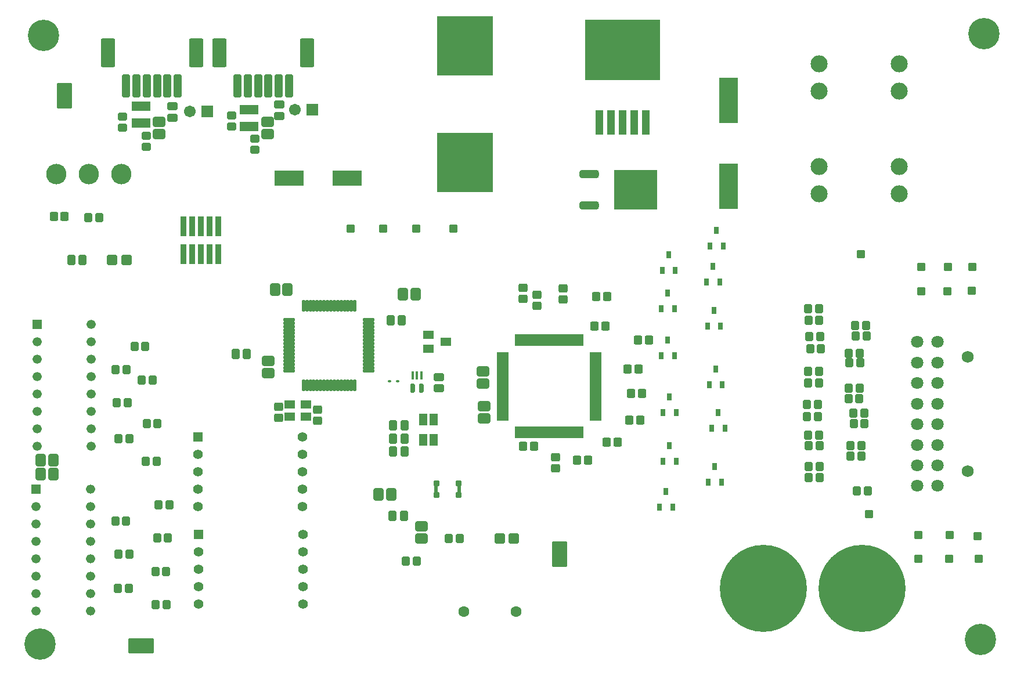
<source format=gbr>
G04*
G04 #@! TF.GenerationSoftware,Altium Limited,Altium Designer,22.4.2 (48)*
G04*
G04 Layer_Color=8388736*
%FSLAX25Y25*%
%MOIN*%
G70*
G04*
G04 #@! TF.SameCoordinates,D9C1796D-00DA-4533-86C4-8477C41658A7*
G04*
G04*
G04 #@! TF.FilePolarity,Negative*
G04*
G01*
G75*
G04:AMPARAMS|DCode=45|XSize=46.85mil|YSize=15.75mil|CornerRadius=1.97mil|HoleSize=0mil|Usage=FLASHONLY|Rotation=270.000|XOffset=0mil|YOffset=0mil|HoleType=Round|Shape=RoundedRectangle|*
%AMROUNDEDRECTD45*
21,1,0.04685,0.01181,0,0,270.0*
21,1,0.04291,0.01575,0,0,270.0*
1,1,0.00394,-0.00591,-0.02146*
1,1,0.00394,-0.00591,0.02146*
1,1,0.00394,0.00591,0.02146*
1,1,0.00394,0.00591,-0.02146*
%
%ADD45ROUNDEDRECTD45*%
%ADD55R,0.10642X0.26391*%
G04:AMPARAMS|DCode=56|XSize=111.94mil|YSize=45.4mil|CornerRadius=13.35mil|HoleSize=0mil|Usage=FLASHONLY|Rotation=0.000|XOffset=0mil|YOffset=0mil|HoleType=Round|Shape=RoundedRectangle|*
%AMROUNDEDRECTD56*
21,1,0.11194,0.01870,0,0,0.0*
21,1,0.08524,0.04540,0,0,0.0*
1,1,0.02670,0.04262,-0.00935*
1,1,0.02670,-0.04262,-0.00935*
1,1,0.02670,-0.04262,0.00935*
1,1,0.02670,0.04262,0.00935*
%
%ADD56ROUNDEDRECTD56*%
%ADD57R,0.24776X0.22965*%
G04:AMPARAMS|DCode=58|XSize=82.8mil|YSize=165.48mil|CornerRadius=9.61mil|HoleSize=0mil|Usage=FLASHONLY|Rotation=0.000|XOffset=0mil|YOffset=0mil|HoleType=Round|Shape=RoundedRectangle|*
%AMROUNDEDRECTD58*
21,1,0.08280,0.14626,0,0,0.0*
21,1,0.06358,0.16548,0,0,0.0*
1,1,0.01922,0.03179,-0.07313*
1,1,0.01922,-0.03179,-0.07313*
1,1,0.01922,-0.03179,0.07313*
1,1,0.01922,0.03179,0.07313*
%
%ADD58ROUNDEDRECTD58*%
G04:AMPARAMS|DCode=59|XSize=47.37mil|YSize=130.05mil|CornerRadius=6.95mil|HoleSize=0mil|Usage=FLASHONLY|Rotation=0.000|XOffset=0mil|YOffset=0mil|HoleType=Round|Shape=RoundedRectangle|*
%AMROUNDEDRECTD59*
21,1,0.04737,0.11614,0,0,0.0*
21,1,0.03347,0.13005,0,0,0.0*
1,1,0.01391,0.01673,-0.05807*
1,1,0.01391,-0.01673,-0.05807*
1,1,0.01391,-0.01673,0.05807*
1,1,0.01391,0.01673,0.05807*
%
%ADD59ROUNDEDRECTD59*%
%ADD60R,0.02572X0.05524*%
G04:AMPARAMS|DCode=61|XSize=51.31mil|YSize=47.37mil|CornerRadius=6.95mil|HoleSize=0mil|Usage=FLASHONLY|Rotation=180.000|XOffset=0mil|YOffset=0mil|HoleType=Round|Shape=RoundedRectangle|*
%AMROUNDEDRECTD61*
21,1,0.05131,0.03347,0,0,180.0*
21,1,0.03740,0.04737,0,0,180.0*
1,1,0.01391,-0.01870,0.01673*
1,1,0.01391,0.01870,0.01673*
1,1,0.01391,0.01870,-0.01673*
1,1,0.01391,-0.01870,-0.01673*
%
%ADD61ROUNDEDRECTD61*%
G04:AMPARAMS|DCode=62|XSize=57.21mil|YSize=70.99mil|CornerRadius=8.92mil|HoleSize=0mil|Usage=FLASHONLY|Rotation=90.000|XOffset=0mil|YOffset=0mil|HoleType=Round|Shape=RoundedRectangle|*
%AMROUNDEDRECTD62*
21,1,0.05721,0.05315,0,0,90.0*
21,1,0.03937,0.07099,0,0,90.0*
1,1,0.01784,0.02657,0.01968*
1,1,0.01784,0.02657,-0.01968*
1,1,0.01784,-0.02657,-0.01968*
1,1,0.01784,-0.02657,0.01968*
%
%ADD62ROUNDEDRECTD62*%
G04:AMPARAMS|DCode=63|XSize=63.12mil|YSize=43.43mil|CornerRadius=6.66mil|HoleSize=0mil|Usage=FLASHONLY|Rotation=180.000|XOffset=0mil|YOffset=0mil|HoleType=Round|Shape=RoundedRectangle|*
%AMROUNDEDRECTD63*
21,1,0.06312,0.03012,0,0,180.0*
21,1,0.04980,0.04343,0,0,180.0*
1,1,0.01332,-0.02490,0.01506*
1,1,0.01332,0.02490,0.01506*
1,1,0.01332,0.02490,-0.01506*
1,1,0.01332,-0.02490,-0.01506*
%
%ADD63ROUNDEDRECTD63*%
%ADD64R,0.32296X0.34265*%
G04:AMPARAMS|DCode=65|XSize=51.31mil|YSize=47.37mil|CornerRadius=7.94mil|HoleSize=0mil|Usage=FLASHONLY|Rotation=90.000|XOffset=0mil|YOffset=0mil|HoleType=Round|Shape=RoundedRectangle|*
%AMROUNDEDRECTD65*
21,1,0.05131,0.03150,0,0,90.0*
21,1,0.03543,0.04737,0,0,90.0*
1,1,0.01587,0.01575,0.01772*
1,1,0.01587,0.01575,-0.01772*
1,1,0.01587,-0.01575,-0.01772*
1,1,0.01587,-0.01575,0.01772*
%
%ADD65ROUNDEDRECTD65*%
G04:AMPARAMS|DCode=66|XSize=59.18mil|YSize=59.18mil|CornerRadius=9.12mil|HoleSize=0mil|Usage=FLASHONLY|Rotation=0.000|XOffset=0mil|YOffset=0mil|HoleType=Round|Shape=RoundedRectangle|*
%AMROUNDEDRECTD66*
21,1,0.05918,0.04095,0,0,0.0*
21,1,0.04095,0.05918,0,0,0.0*
1,1,0.01824,0.02047,-0.02047*
1,1,0.01824,-0.02047,-0.02047*
1,1,0.01824,-0.02047,0.02047*
1,1,0.01824,0.02047,0.02047*
%
%ADD66ROUNDEDRECTD66*%
G04:AMPARAMS|DCode=67|XSize=63.12mil|YSize=43.43mil|CornerRadius=6.66mil|HoleSize=0mil|Usage=FLASHONLY|Rotation=90.000|XOffset=0mil|YOffset=0mil|HoleType=Round|Shape=RoundedRectangle|*
%AMROUNDEDRECTD67*
21,1,0.06312,0.03012,0,0,90.0*
21,1,0.04980,0.04343,0,0,90.0*
1,1,0.01332,0.01506,0.02490*
1,1,0.01332,0.01506,-0.02490*
1,1,0.01332,-0.01506,-0.02490*
1,1,0.01332,-0.01506,0.02490*
%
%ADD67ROUNDEDRECTD67*%
G04:AMPARAMS|DCode=68|XSize=51.31mil|YSize=47.37mil|CornerRadius=6.95mil|HoleSize=0mil|Usage=FLASHONLY|Rotation=90.000|XOffset=0mil|YOffset=0mil|HoleType=Round|Shape=RoundedRectangle|*
%AMROUNDEDRECTD68*
21,1,0.05131,0.03347,0,0,90.0*
21,1,0.03740,0.04737,0,0,90.0*
1,1,0.01391,0.01673,0.01870*
1,1,0.01391,0.01673,-0.01870*
1,1,0.01391,-0.01673,-0.01870*
1,1,0.01391,-0.01673,0.01870*
%
%ADD68ROUNDEDRECTD68*%
G04:AMPARAMS|DCode=69|XSize=149.73mil|YSize=86.74mil|CornerRadius=9.91mil|HoleSize=0mil|Usage=FLASHONLY|Rotation=90.000|XOffset=0mil|YOffset=0mil|HoleType=Round|Shape=RoundedRectangle|*
%AMROUNDEDRECTD69*
21,1,0.14973,0.06693,0,0,90.0*
21,1,0.12992,0.08674,0,0,90.0*
1,1,0.01981,0.03347,0.06496*
1,1,0.01981,0.03347,-0.06496*
1,1,0.01981,-0.03347,-0.06496*
1,1,0.01981,-0.03347,0.06496*
%
%ADD69ROUNDEDRECTD69*%
G04:AMPARAMS|DCode=70|XSize=149.73mil|YSize=86.74mil|CornerRadius=9.91mil|HoleSize=0mil|Usage=FLASHONLY|Rotation=180.000|XOffset=0mil|YOffset=0mil|HoleType=Round|Shape=RoundedRectangle|*
%AMROUNDEDRECTD70*
21,1,0.14973,0.06693,0,0,180.0*
21,1,0.12992,0.08674,0,0,180.0*
1,1,0.01981,-0.06496,0.03347*
1,1,0.01981,0.06496,0.03347*
1,1,0.01981,0.06496,-0.03347*
1,1,0.01981,-0.06496,-0.03347*
%
%ADD70ROUNDEDRECTD70*%
G04:AMPARAMS|DCode=71|XSize=57.21mil|YSize=70.99mil|CornerRadius=8.92mil|HoleSize=0mil|Usage=FLASHONLY|Rotation=180.000|XOffset=0mil|YOffset=0mil|HoleType=Round|Shape=RoundedRectangle|*
%AMROUNDEDRECTD71*
21,1,0.05721,0.05315,0,0,180.0*
21,1,0.03937,0.07099,0,0,180.0*
1,1,0.01784,-0.01968,0.02657*
1,1,0.01784,0.01968,0.02657*
1,1,0.01784,0.01968,-0.02657*
1,1,0.01784,-0.01968,-0.02657*
%
%ADD71ROUNDEDRECTD71*%
%ADD72R,0.16509X0.09147*%
G04:AMPARAMS|DCode=73|XSize=47.37mil|YSize=47.37mil|CornerRadius=7.94mil|HoleSize=0mil|Usage=FLASHONLY|Rotation=180.000|XOffset=0mil|YOffset=0mil|HoleType=Round|Shape=RoundedRectangle|*
%AMROUNDEDRECTD73*
21,1,0.04737,0.03150,0,0,180.0*
21,1,0.03150,0.04737,0,0,180.0*
1,1,0.01587,-0.01575,0.01575*
1,1,0.01587,0.01575,0.01575*
1,1,0.01587,0.01575,-0.01575*
1,1,0.01587,-0.01575,-0.01575*
%
%ADD73ROUNDEDRECTD73*%
G04:AMPARAMS|DCode=74|XSize=47.37mil|YSize=47.37mil|CornerRadius=7.94mil|HoleSize=0mil|Usage=FLASHONLY|Rotation=90.000|XOffset=0mil|YOffset=0mil|HoleType=Round|Shape=RoundedRectangle|*
%AMROUNDEDRECTD74*
21,1,0.04737,0.03150,0,0,90.0*
21,1,0.03150,0.04737,0,0,90.0*
1,1,0.01587,0.01575,0.01575*
1,1,0.01587,0.01575,-0.01575*
1,1,0.01587,-0.01575,-0.01575*
1,1,0.01587,-0.01575,0.01575*
%
%ADD74ROUNDEDRECTD74*%
%ADD75R,0.06312X0.04737*%
G04:AMPARAMS|DCode=76|XSize=51.31mil|YSize=47.37mil|CornerRadius=7.94mil|HoleSize=0mil|Usage=FLASHONLY|Rotation=180.000|XOffset=0mil|YOffset=0mil|HoleType=Round|Shape=RoundedRectangle|*
%AMROUNDEDRECTD76*
21,1,0.05131,0.03150,0,0,180.0*
21,1,0.03543,0.04737,0,0,180.0*
1,1,0.01587,-0.01772,0.01575*
1,1,0.01587,0.01772,0.01575*
1,1,0.01587,0.01772,-0.01575*
1,1,0.01587,-0.01772,-0.01575*
%
%ADD76ROUNDEDRECTD76*%
%ADD77O,0.07099X0.01981*%
%ADD78O,0.01981X0.07099*%
G04:AMPARAMS|DCode=79|XSize=54.85mil|YSize=23.75mil|CornerRadius=5.97mil|HoleSize=0mil|Usage=FLASHONLY|Rotation=270.000|XOffset=0mil|YOffset=0mil|HoleType=Round|Shape=RoundedRectangle|*
%AMROUNDEDRECTD79*
21,1,0.05485,0.01181,0,0,270.0*
21,1,0.04291,0.02375,0,0,270.0*
1,1,0.01194,-0.00591,-0.02146*
1,1,0.01194,-0.00591,0.02146*
1,1,0.01194,0.00591,0.02146*
1,1,0.01194,0.00591,-0.02146*
%
%ADD79ROUNDEDRECTD79*%
G04:AMPARAMS|DCode=80|XSize=33.59mil|YSize=31.62mil|CornerRadius=5.77mil|HoleSize=0mil|Usage=FLASHONLY|Rotation=180.000|XOffset=0mil|YOffset=0mil|HoleType=Round|Shape=RoundedRectangle|*
%AMROUNDEDRECTD80*
21,1,0.03359,0.02008,0,0,180.0*
21,1,0.02205,0.03162,0,0,180.0*
1,1,0.01154,-0.01102,0.01004*
1,1,0.01154,0.01102,0.01004*
1,1,0.01154,0.01102,-0.01004*
1,1,0.01154,-0.01102,-0.01004*
%
%ADD80ROUNDEDRECTD80*%
G04:AMPARAMS|DCode=81|XSize=21.78mil|YSize=35.56mil|CornerRadius=5.03mil|HoleSize=0mil|Usage=FLASHONLY|Rotation=180.000|XOffset=0mil|YOffset=0mil|HoleType=Round|Shape=RoundedRectangle|*
%AMROUNDEDRECTD81*
21,1,0.02178,0.02549,0,0,180.0*
21,1,0.01171,0.03556,0,0,180.0*
1,1,0.01007,-0.00586,0.01275*
1,1,0.01007,0.00586,0.01275*
1,1,0.01007,0.00586,-0.01275*
1,1,0.01007,-0.00586,-0.01275*
%
%ADD81ROUNDEDRECTD81*%
%ADD82R,0.03162X0.04343*%
%ADD83R,0.03300X0.11400*%
G04:AMPARAMS|DCode=84|XSize=18.11mil|YSize=13.78mil|CornerRadius=2.71mil|HoleSize=0mil|Usage=FLASHONLY|Rotation=0.000|XOffset=0mil|YOffset=0mil|HoleType=Round|Shape=RoundedRectangle|*
%AMROUNDEDRECTD84*
21,1,0.01811,0.00837,0,0,0.0*
21,1,0.01270,0.01378,0,0,0.0*
1,1,0.00541,0.00635,-0.00418*
1,1,0.00541,-0.00635,-0.00418*
1,1,0.00541,-0.00635,0.00418*
1,1,0.00541,0.00635,0.00418*
%
%ADD84ROUNDEDRECTD84*%
%ADD85R,0.01981X0.06607*%
%ADD86R,0.06607X0.01981*%
%ADD87R,0.05918X0.05131*%
%ADD88R,0.05131X0.06706*%
%ADD89R,0.06706X0.06706*%
%ADD90C,0.06706*%
%ADD91C,0.11725*%
%ADD92C,0.09800*%
%ADD93C,0.17992*%
%ADD94C,0.50013*%
%ADD95C,0.05249*%
%ADD96R,0.05249X0.05249*%
%ADD97C,0.07119*%
%ADD98C,0.06804*%
%ADD99C,0.05524*%
%ADD100R,0.05524X0.05524*%
%ADD101C,0.06312*%
G36*
X471839Y458528D02*
X429161D01*
Y492937D01*
X471839D01*
Y458528D01*
D02*
G37*
G36*
X466130Y427032D02*
X461642D01*
Y440969D01*
X466130D01*
Y427032D01*
D02*
G37*
G36*
X459437D02*
X454949D01*
Y440969D01*
X459437D01*
Y427032D01*
D02*
G37*
G36*
X452744D02*
X448256D01*
Y440969D01*
X452744D01*
Y427032D01*
D02*
G37*
G36*
X446051D02*
X441563D01*
Y440969D01*
X446051D01*
Y427032D01*
D02*
G37*
G36*
X439358D02*
X434870D01*
Y440969D01*
X439358D01*
Y427032D01*
D02*
G37*
D45*
X329941Y288780D02*
D03*
X335059D02*
D03*
X332500D02*
D03*
D55*
X511500Y446606D02*
D03*
Y397394D02*
D03*
D56*
X431307Y404500D02*
D03*
Y386500D02*
D03*
D57*
X457882Y395500D02*
D03*
D58*
X205531Y473975D02*
D03*
X155138D02*
D03*
X219043D02*
D03*
X269437D02*
D03*
D59*
X177283Y455000D02*
D03*
X195000D02*
D03*
X183189D02*
D03*
X189094D02*
D03*
X171378D02*
D03*
X165472D02*
D03*
X229378D02*
D03*
X235283D02*
D03*
X253000D02*
D03*
X247094D02*
D03*
X258905D02*
D03*
X241189D02*
D03*
D60*
X177839Y443421D02*
D03*
X175279D02*
D03*
X172721D02*
D03*
X170161D02*
D03*
Y433579D02*
D03*
X172721D02*
D03*
X175279D02*
D03*
X177839D02*
D03*
X239839Y431579D02*
D03*
X237280D02*
D03*
X234720D02*
D03*
X232161D02*
D03*
Y441421D02*
D03*
X234720D02*
D03*
X237280D02*
D03*
X239839D02*
D03*
D61*
X163500Y437500D02*
D03*
Y431201D02*
D03*
X177000Y426299D02*
D03*
Y420000D02*
D03*
X239500Y418500D02*
D03*
Y424799D02*
D03*
X226000Y431701D02*
D03*
Y438000D02*
D03*
D62*
X184500Y434524D02*
D03*
Y427476D02*
D03*
X246811D02*
D03*
Y434524D02*
D03*
X335000Y194976D02*
D03*
Y202024D02*
D03*
X371000Y263953D02*
D03*
Y271000D02*
D03*
X370500Y291024D02*
D03*
X247000Y297024D02*
D03*
X370500Y283976D02*
D03*
X247000Y289976D02*
D03*
D63*
X192000Y443248D02*
D03*
Y436752D02*
D03*
X253500Y437752D02*
D03*
Y444248D02*
D03*
X344990Y287796D02*
D03*
Y281300D02*
D03*
D64*
X360000Y411000D02*
D03*
Y477929D02*
D03*
D65*
X123850Y380000D02*
D03*
X130150D02*
D03*
X424350Y240000D02*
D03*
X430650D02*
D03*
X399650Y248000D02*
D03*
X465650Y309000D02*
D03*
X459350D02*
D03*
X435350Y334000D02*
D03*
X441650D02*
D03*
X434350Y317000D02*
D03*
X440650D02*
D03*
X447650Y250500D02*
D03*
X441350D02*
D03*
X460650Y263000D02*
D03*
X454350D02*
D03*
X461650Y278500D02*
D03*
X455350D02*
D03*
X453350Y292500D02*
D03*
X459650D02*
D03*
X393350Y248000D02*
D03*
D66*
X157366Y355000D02*
D03*
X165634D02*
D03*
X388134Y195000D02*
D03*
X379866D02*
D03*
D67*
X134000Y355000D02*
D03*
X140496D02*
D03*
X317252Y320500D02*
D03*
X323748D02*
D03*
X228252Y301000D02*
D03*
X324864Y208000D02*
D03*
X325248Y260000D02*
D03*
X318752D02*
D03*
X318752Y252500D02*
D03*
X325248D02*
D03*
X318368Y208000D02*
D03*
X318752Y245000D02*
D03*
X325248D02*
D03*
X234748Y301000D02*
D03*
D68*
X150000Y379500D02*
D03*
X143701D02*
D03*
X589299Y267000D02*
D03*
X583000D02*
D03*
X586799Y281500D02*
D03*
X580500D02*
D03*
X167299Y186000D02*
D03*
X161000D02*
D03*
X166299Y273000D02*
D03*
X160000D02*
D03*
X183500Y261000D02*
D03*
X177201D02*
D03*
X167000Y166500D02*
D03*
X160701D02*
D03*
X188500Y176000D02*
D03*
X182201D02*
D03*
X165500Y205000D02*
D03*
X159201D02*
D03*
X167299Y252500D02*
D03*
X161000D02*
D03*
X183000Y239500D02*
D03*
X176701D02*
D03*
X188799Y157000D02*
D03*
X182500D02*
D03*
X190299Y214500D02*
D03*
X184000D02*
D03*
X189500Y195500D02*
D03*
X183201D02*
D03*
X180799Y286000D02*
D03*
X174500D02*
D03*
X176500Y305500D02*
D03*
X170201D02*
D03*
X165799Y292000D02*
D03*
X159500D02*
D03*
X564000Y311000D02*
D03*
X557701D02*
D03*
X586500Y275500D02*
D03*
X580201D02*
D03*
X557500Y248500D02*
D03*
X563799D02*
D03*
X357000Y195000D02*
D03*
X350701D02*
D03*
X584500Y311500D02*
D03*
X590799D02*
D03*
X580500Y301500D02*
D03*
X586799D02*
D03*
X557000Y291000D02*
D03*
X563299D02*
D03*
X557000Y254500D02*
D03*
X563299D02*
D03*
X581299Y248500D02*
D03*
X587598D02*
D03*
X556500Y272000D02*
D03*
X562799D02*
D03*
X557500Y236500D02*
D03*
X563799D02*
D03*
X326000Y182000D02*
D03*
X581500Y242500D02*
D03*
X587799D02*
D03*
X587000Y296000D02*
D03*
X580701D02*
D03*
X564500Y304000D02*
D03*
X558201D02*
D03*
X590299Y317500D02*
D03*
X584000D02*
D03*
X563299Y284500D02*
D03*
X557000D02*
D03*
X563500Y320500D02*
D03*
X557201D02*
D03*
X562799Y265000D02*
D03*
X556500D02*
D03*
X563299Y327000D02*
D03*
X557000D02*
D03*
X563799Y230000D02*
D03*
X557500D02*
D03*
X332299Y182000D02*
D03*
X589500Y261000D02*
D03*
X583201D02*
D03*
X591299Y222500D02*
D03*
X585000D02*
D03*
D69*
X414500Y186000D02*
D03*
X130000Y449500D02*
D03*
D70*
X174000Y133500D02*
D03*
D71*
X123524Y232000D02*
D03*
X116476D02*
D03*
X123524Y240000D02*
D03*
X116476D02*
D03*
X258024Y338000D02*
D03*
X250976D02*
D03*
X331524Y335500D02*
D03*
X310500Y220476D02*
D03*
X324476Y335500D02*
D03*
X317547Y220476D02*
D03*
D72*
X292500Y402000D02*
D03*
X259114D02*
D03*
D73*
X622000Y337000D02*
D03*
X651500Y351000D02*
D03*
X622000D02*
D03*
X651000Y337500D02*
D03*
X592000Y209000D02*
D03*
X638000Y183500D02*
D03*
X637500Y351000D02*
D03*
X620500Y183500D02*
D03*
X655000D02*
D03*
X637000Y337000D02*
D03*
X620500Y197000D02*
D03*
X638500D02*
D03*
X654500Y196500D02*
D03*
D74*
X587500Y358500D02*
D03*
X353500Y373000D02*
D03*
X332000D02*
D03*
X313000D02*
D03*
X294500D02*
D03*
D75*
X349000Y308000D02*
D03*
X339000Y304000D02*
D03*
Y312000D02*
D03*
D76*
X412000Y241650D02*
D03*
Y235350D02*
D03*
X401500Y335150D02*
D03*
Y328850D02*
D03*
X416500Y338652D02*
D03*
Y332353D02*
D03*
X393500Y339150D02*
D03*
X253000Y270650D02*
D03*
X275500Y262850D02*
D03*
X393500Y332850D02*
D03*
X275500Y269150D02*
D03*
X253000Y264350D02*
D03*
D77*
X259165Y295173D02*
D03*
Y297142D02*
D03*
Y299110D02*
D03*
Y301079D02*
D03*
Y303047D02*
D03*
Y305016D02*
D03*
Y306984D02*
D03*
Y308953D02*
D03*
Y310921D02*
D03*
Y312890D02*
D03*
Y314858D02*
D03*
Y316827D02*
D03*
Y318795D02*
D03*
Y320764D02*
D03*
X304835Y316827D02*
D03*
Y314858D02*
D03*
Y312890D02*
D03*
Y310921D02*
D03*
Y308953D02*
D03*
Y306984D02*
D03*
Y305016D02*
D03*
Y303047D02*
D03*
Y301079D02*
D03*
Y299110D02*
D03*
Y297142D02*
D03*
Y291236D02*
D03*
X259165D02*
D03*
X304835Y295173D02*
D03*
Y320764D02*
D03*
X259165Y293205D02*
D03*
X304835D02*
D03*
Y318795D02*
D03*
D78*
X271173Y328835D02*
D03*
X273142D02*
D03*
X275110D02*
D03*
X277079D02*
D03*
X279047D02*
D03*
X281016D02*
D03*
X282984D02*
D03*
X284953D02*
D03*
X286921D02*
D03*
X288890D02*
D03*
X290858D02*
D03*
X292827D02*
D03*
X294795D02*
D03*
X296764D02*
D03*
Y283165D02*
D03*
X294795D02*
D03*
X292827D02*
D03*
X286921D02*
D03*
X284953D02*
D03*
X282984D02*
D03*
X281016D02*
D03*
X279047D02*
D03*
X277079D02*
D03*
X275110D02*
D03*
X273142D02*
D03*
X271173D02*
D03*
X269205D02*
D03*
X267236Y328835D02*
D03*
Y283165D02*
D03*
X290858D02*
D03*
X288890D02*
D03*
X269205Y328835D02*
D03*
D79*
X329941Y281220D02*
D03*
X335059D02*
D03*
D80*
X343799Y220154D02*
D03*
Y226846D02*
D03*
X356201D02*
D03*
Y220154D02*
D03*
D81*
X343209Y223500D02*
D03*
X356791D02*
D03*
D82*
X504500Y372028D02*
D03*
X500760Y362972D02*
D03*
X508240D02*
D03*
X503000Y326028D02*
D03*
X506740Y316972D02*
D03*
X499260D02*
D03*
X477500Y276528D02*
D03*
X481240Y267472D02*
D03*
X473760D02*
D03*
X476500Y336028D02*
D03*
X480240Y326972D02*
D03*
X472760D02*
D03*
X476500Y309028D02*
D03*
X480240Y299972D02*
D03*
X472760D02*
D03*
X503500Y236528D02*
D03*
X507240Y227472D02*
D03*
X499760D02*
D03*
X502500Y351528D02*
D03*
X506240Y342472D02*
D03*
X498760D02*
D03*
X473260Y348972D02*
D03*
X480740D02*
D03*
X477000Y358028D02*
D03*
X500260Y283472D02*
D03*
X507740D02*
D03*
X504000Y292528D02*
D03*
X501760Y258472D02*
D03*
X509240D02*
D03*
X505500Y267528D02*
D03*
X471760Y212972D02*
D03*
X479240D02*
D03*
X475500Y222028D02*
D03*
X473760Y239472D02*
D03*
X481240D02*
D03*
X477500Y248528D02*
D03*
D83*
X218500Y358500D02*
D03*
X213500D02*
D03*
X208500D02*
D03*
X203500Y374500D02*
D03*
Y358500D02*
D03*
X198500Y374500D02*
D03*
Y358500D02*
D03*
X218500Y374500D02*
D03*
X213500D02*
D03*
X208500D02*
D03*
D84*
X316638Y285500D02*
D03*
X321362D02*
D03*
D85*
X393563Y309000D02*
D03*
X389626Y255945D02*
D03*
X391594D02*
D03*
X393563D02*
D03*
X395531D02*
D03*
X397500D02*
D03*
X399469D02*
D03*
X401437D02*
D03*
X403406D02*
D03*
X405374D02*
D03*
X407343D02*
D03*
X409311D02*
D03*
X411280D02*
D03*
X413248D02*
D03*
X415217D02*
D03*
X417185D02*
D03*
X419154D02*
D03*
X421122D02*
D03*
X423091D02*
D03*
X425059D02*
D03*
X427028D02*
D03*
Y309000D02*
D03*
X425059D02*
D03*
X423091D02*
D03*
X421122D02*
D03*
X419154D02*
D03*
X417185D02*
D03*
X415217D02*
D03*
X413248D02*
D03*
X411280D02*
D03*
X409311D02*
D03*
X407343D02*
D03*
X405374D02*
D03*
X403406D02*
D03*
X401437D02*
D03*
X399469D02*
D03*
X397500D02*
D03*
X395531D02*
D03*
X391594D02*
D03*
X389626D02*
D03*
D86*
X381799Y291331D02*
D03*
Y281488D02*
D03*
Y293299D02*
D03*
Y301173D02*
D03*
Y299205D02*
D03*
Y297236D02*
D03*
Y295268D02*
D03*
Y289362D02*
D03*
Y287394D02*
D03*
Y285425D02*
D03*
Y283457D02*
D03*
Y279520D02*
D03*
Y277551D02*
D03*
Y275583D02*
D03*
Y273614D02*
D03*
Y271646D02*
D03*
Y269677D02*
D03*
Y267709D02*
D03*
Y265740D02*
D03*
Y263772D02*
D03*
X434854D02*
D03*
Y265740D02*
D03*
Y267709D02*
D03*
Y269677D02*
D03*
Y271646D02*
D03*
Y273614D02*
D03*
Y275583D02*
D03*
Y277551D02*
D03*
Y279520D02*
D03*
Y281488D02*
D03*
Y283457D02*
D03*
Y285425D02*
D03*
Y287394D02*
D03*
Y289362D02*
D03*
Y291331D02*
D03*
Y293299D02*
D03*
Y295268D02*
D03*
Y297236D02*
D03*
Y299205D02*
D03*
Y301173D02*
D03*
D87*
X259472Y272043D02*
D03*
X268528Y264957D02*
D03*
X259472D02*
D03*
X268528Y272043D02*
D03*
D88*
X336047Y263406D02*
D03*
Y251594D02*
D03*
X341953Y263406D02*
D03*
Y251594D02*
D03*
D89*
X212000Y440500D02*
D03*
X272500Y441500D02*
D03*
D90*
X202000Y440500D02*
D03*
X262500Y441500D02*
D03*
D91*
X125500Y404500D02*
D03*
X144004D02*
D03*
X162508D02*
D03*
D92*
X609500Y467748D02*
D03*
X563500D02*
D03*
Y408693D02*
D03*
Y392945D02*
D03*
Y452000D02*
D03*
X609500D02*
D03*
Y392945D02*
D03*
Y408693D02*
D03*
D93*
X656000Y137000D02*
D03*
X658000Y485000D02*
D03*
X118000Y484000D02*
D03*
X116000Y134500D02*
D03*
D94*
X531500Y166500D02*
D03*
X588000D02*
D03*
D95*
X145000Y203500D02*
D03*
Y223500D02*
D03*
Y183500D02*
D03*
Y193500D02*
D03*
Y213500D02*
D03*
Y173500D02*
D03*
Y153500D02*
D03*
Y163500D02*
D03*
X113740Y193500D02*
D03*
Y183500D02*
D03*
Y213500D02*
D03*
Y203500D02*
D03*
Y153500D02*
D03*
Y173500D02*
D03*
Y163500D02*
D03*
X145500Y298000D02*
D03*
Y318000D02*
D03*
Y278000D02*
D03*
Y288000D02*
D03*
Y308000D02*
D03*
Y268000D02*
D03*
Y248000D02*
D03*
Y258000D02*
D03*
X114240Y288000D02*
D03*
Y278000D02*
D03*
Y308000D02*
D03*
Y298000D02*
D03*
Y248000D02*
D03*
Y268000D02*
D03*
Y258000D02*
D03*
D96*
X113740Y223500D02*
D03*
X114240Y318000D02*
D03*
D97*
X631500Y296122D02*
D03*
Y284311D02*
D03*
Y272500D02*
D03*
Y260689D02*
D03*
Y248878D02*
D03*
Y237067D02*
D03*
Y225256D02*
D03*
X619689Y307933D02*
D03*
Y296122D02*
D03*
Y284311D02*
D03*
Y272500D02*
D03*
Y260689D02*
D03*
Y248878D02*
D03*
Y237067D02*
D03*
Y225256D02*
D03*
X631500Y307933D02*
D03*
D98*
X648508Y233720D02*
D03*
Y299469D02*
D03*
D99*
X266600Y253500D02*
D03*
X267100Y197500D02*
D03*
X266600Y243500D02*
D03*
Y233500D02*
D03*
Y223500D02*
D03*
Y213500D02*
D03*
X206600D02*
D03*
Y223500D02*
D03*
Y233500D02*
D03*
Y243500D02*
D03*
X207100Y187500D02*
D03*
Y177500D02*
D03*
Y167500D02*
D03*
Y157500D02*
D03*
X267100D02*
D03*
Y167500D02*
D03*
Y177500D02*
D03*
Y187500D02*
D03*
D100*
X206600Y253500D02*
D03*
X207100Y197500D02*
D03*
D101*
X359500Y153000D02*
D03*
X389421D02*
D03*
M02*

</source>
